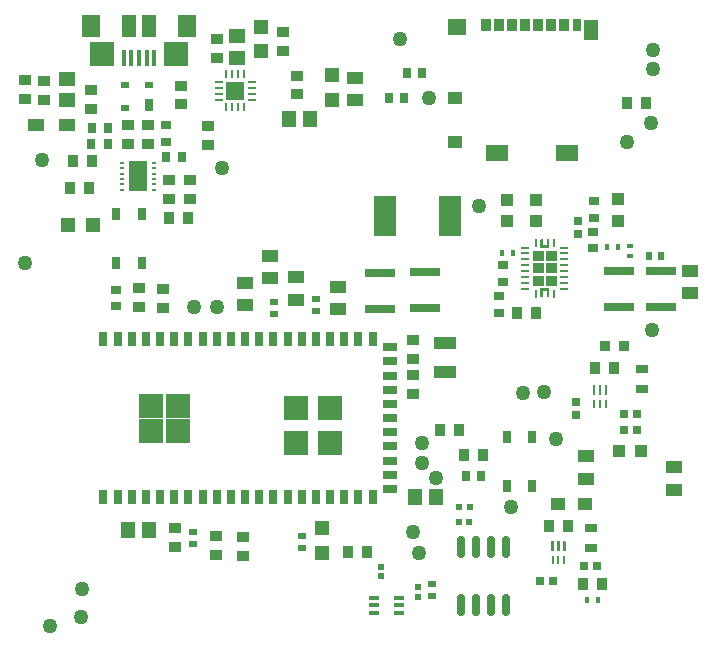
<source format=gtp>
G04*
G04 #@! TF.GenerationSoftware,Altium Limited,Altium Designer,21.1.1 (26)*
G04*
G04 Layer_Color=8421504*
%FSLAX25Y25*%
%MOIN*%
G70*
G04*
G04 #@! TF.SameCoordinates,AD5FC0C8-6BA0-4716-B2C6-8E65356085E1*
G04*
G04*
G04 #@! TF.FilePolarity,Positive*
G04*
G01*
G75*
G04:AMPARAMS|DCode=17|XSize=61.02mil|YSize=61.02mil|CornerRadius=1.83mil|HoleSize=0mil|Usage=FLASHONLY|Rotation=90.000|XOffset=0mil|YOffset=0mil|HoleType=Round|Shape=RoundedRectangle|*
%AMROUNDEDRECTD17*
21,1,0.06102,0.05736,0,0,90.0*
21,1,0.05736,0.06102,0,0,90.0*
1,1,0.00366,0.02868,0.02868*
1,1,0.00366,0.02868,-0.02868*
1,1,0.00366,-0.02868,-0.02868*
1,1,0.00366,-0.02868,0.02868*
%
%ADD17ROUNDEDRECTD17*%
%ADD18R,0.02953X0.03347*%
%ADD19R,0.03347X0.02953*%
%ADD20R,0.01860X0.01843*%
%ADD21R,0.04724X0.04724*%
%ADD22R,0.05512X0.04134*%
%ADD23R,0.03937X0.03543*%
%ADD24R,0.02559X0.04134*%
%ADD25C,0.05000*%
G04:AMPARAMS|DCode=26|XSize=23.62mil|YSize=9.84mil|CornerRadius=1.97mil|HoleSize=0mil|Usage=FLASHONLY|Rotation=90.000|XOffset=0mil|YOffset=0mil|HoleType=Round|Shape=RoundedRectangle|*
%AMROUNDEDRECTD26*
21,1,0.02362,0.00591,0,0,90.0*
21,1,0.01968,0.00984,0,0,90.0*
1,1,0.00394,0.00295,0.00984*
1,1,0.00394,0.00295,-0.00984*
1,1,0.00394,-0.00295,-0.00984*
1,1,0.00394,-0.00295,0.00984*
%
%ADD26ROUNDEDRECTD26*%
%ADD27R,0.03543X0.03937*%
%ADD28R,0.02559X0.02165*%
G04:AMPARAMS|DCode=29|XSize=9.84mil|YSize=23.62mil|CornerRadius=1.97mil|HoleSize=0mil|Usage=FLASHONLY|Rotation=90.000|XOffset=0mil|YOffset=0mil|HoleType=Round|Shape=RoundedRectangle|*
%AMROUNDEDRECTD29*
21,1,0.00984,0.01968,0,0,90.0*
21,1,0.00591,0.02362,0,0,90.0*
1,1,0.00394,0.00984,0.00295*
1,1,0.00394,0.00984,-0.00295*
1,1,0.00394,-0.00984,-0.00295*
1,1,0.00394,-0.00984,0.00295*
%
%ADD29ROUNDEDRECTD29*%
G04:AMPARAMS|DCode=30|XSize=9.84mil|YSize=23.62mil|CornerRadius=1.97mil|HoleSize=0mil|Usage=FLASHONLY|Rotation=180.000|XOffset=0mil|YOffset=0mil|HoleType=Round|Shape=RoundedRectangle|*
%AMROUNDEDRECTD30*
21,1,0.00984,0.01968,0,0,180.0*
21,1,0.00591,0.02362,0,0,180.0*
1,1,0.00394,-0.00295,0.00984*
1,1,0.00394,0.00295,0.00984*
1,1,0.00394,0.00295,-0.00984*
1,1,0.00394,-0.00295,-0.00984*
%
%ADD30ROUNDEDRECTD30*%
%ADD31R,0.03543X0.02756*%
G04:AMPARAMS|DCode=32|XSize=9.45mil|YSize=23.62mil|CornerRadius=1.98mil|HoleSize=0mil|Usage=FLASHONLY|Rotation=0.000|XOffset=0mil|YOffset=0mil|HoleType=Round|Shape=RoundedRectangle|*
%AMROUNDEDRECTD32*
21,1,0.00945,0.01965,0,0,0.0*
21,1,0.00548,0.02362,0,0,0.0*
1,1,0.00397,0.00274,-0.00983*
1,1,0.00397,-0.00274,-0.00983*
1,1,0.00397,-0.00274,0.00983*
1,1,0.00397,0.00274,0.00983*
%
%ADD32ROUNDEDRECTD32*%
G04:AMPARAMS|DCode=33|XSize=23.62mil|YSize=9.45mil|CornerRadius=1.98mil|HoleSize=0mil|Usage=FLASHONLY|Rotation=0.000|XOffset=0mil|YOffset=0mil|HoleType=Round|Shape=RoundedRectangle|*
%AMROUNDEDRECTD33*
21,1,0.02362,0.00548,0,0,0.0*
21,1,0.01965,0.00945,0,0,0.0*
1,1,0.00397,0.00983,-0.00274*
1,1,0.00397,-0.00983,-0.00274*
1,1,0.00397,-0.00983,0.00274*
1,1,0.00397,0.00983,0.00274*
%
%ADD33ROUNDEDRECTD33*%
%ADD34R,0.06299X0.09843*%
%ADD35R,0.01575X0.00984*%
%ADD36R,0.04724X0.07480*%
%ADD37R,0.06299X0.07480*%
%ADD38R,0.08268X0.07874*%
%ADD39R,0.01575X0.05315*%
%ADD40R,0.05709X0.04528*%
%ADD41R,0.05512X0.03937*%
%ADD42R,0.02756X0.03543*%
%ADD43R,0.02756X0.02362*%
%ADD44R,0.02756X0.03937*%
%ADD45R,0.02953X0.02559*%
%ADD46R,0.04331X0.04331*%
%ADD47R,0.02165X0.02559*%
%ADD48R,0.02165X0.01772*%
%ADD49R,0.10236X0.02953*%
%ADD50R,0.01772X0.02165*%
%ADD51R,0.07284X0.13386*%
%ADD52R,0.07480X0.04331*%
%ADD53R,0.04134X0.02559*%
%ADD54R,0.02559X0.02953*%
%ADD55R,0.03504X0.03661*%
%ADD56R,0.04606X0.07087*%
%ADD57R,0.02953X0.04331*%
%ADD58R,0.03347X0.04331*%
%ADD59R,0.06102X0.05315*%
%ADD60R,0.04724X0.03937*%
%ADD61R,0.07480X0.05315*%
%ADD62R,0.04528X0.05709*%
G04:AMPARAMS|DCode=63|XSize=74.8mil|YSize=23.62mil|CornerRadius=5.91mil|HoleSize=0mil|Usage=FLASHONLY|Rotation=270.000|XOffset=0mil|YOffset=0mil|HoleType=Round|Shape=RoundedRectangle|*
%AMROUNDEDRECTD63*
21,1,0.07480,0.01181,0,0,270.0*
21,1,0.06299,0.02362,0,0,270.0*
1,1,0.01181,-0.00591,-0.03150*
1,1,0.01181,-0.00591,0.03150*
1,1,0.01181,0.00591,0.03150*
1,1,0.01181,0.00591,-0.03150*
%
%ADD63ROUNDEDRECTD63*%
%ADD64R,0.03740X0.01575*%
%ADD65R,0.02047X0.02047*%
%ADD66R,0.02047X0.02047*%
%ADD67R,0.02441X0.02441*%
%ADD68R,0.04528X0.03937*%
%ADD69R,0.04331X0.04331*%
%ADD70R,0.02756X0.04724*%
%ADD71R,0.04724X0.02756*%
%ADD72R,0.07874X0.07874*%
%ADD73R,0.04724X0.04724*%
G36*
X182006Y54053D02*
X181613D01*
X181573D01*
X181501Y54084D01*
X181446Y54139D01*
X181416Y54211D01*
Y54250D01*
D01*
Y57203D01*
Y57242D01*
X181446Y57315D01*
X181501Y57370D01*
X181573Y57400D01*
X181613D01*
D01*
X182006D01*
X182045D01*
X182118Y57370D01*
X182173Y57315D01*
X182203Y57242D01*
Y57203D01*
D01*
Y54250D01*
Y54211D01*
X182173Y54139D01*
X182118Y54084D01*
X182045Y54053D01*
X182006D01*
D01*
D02*
G37*
G36*
X183581Y57400D02*
X183975D01*
X184014D01*
X184086Y57370D01*
X184142Y57315D01*
X184172Y57242D01*
Y57203D01*
D01*
Y54250D01*
Y54211D01*
X184142Y54139D01*
X184086Y54084D01*
X184014Y54053D01*
X183975D01*
D01*
X183581D01*
X183542D01*
X183469Y54084D01*
X183414Y54139D01*
X183384Y54211D01*
Y54250D01*
D01*
Y57203D01*
Y57242D01*
X183414Y57315D01*
X183469Y57370D01*
X183542Y57400D01*
X183581D01*
D01*
D02*
G37*
G36*
X185353Y57203D02*
Y57242D01*
X185383Y57315D01*
X185438Y57370D01*
X185510Y57400D01*
X185549D01*
D01*
X185943D01*
X185982D01*
X186055Y57370D01*
X186110Y57315D01*
X186140Y57242D01*
Y57203D01*
D01*
Y54250D01*
Y54211D01*
X186110Y54139D01*
X186055Y54084D01*
X185982Y54053D01*
X185943D01*
D01*
X185549D01*
X185510D01*
X185438Y54084D01*
X185383Y54139D01*
X185353Y54211D01*
Y54250D01*
D01*
Y57203D01*
D02*
G37*
G36*
X180528Y141789D02*
X180567Y141789D01*
X180639Y141759D01*
X180695Y141704D01*
X180725Y141631D01*
Y141592D01*
X180725Y138935D01*
X180725Y138935D01*
X180725Y138895D01*
X180695Y138823D01*
X180639Y138768D01*
X180567Y138738D01*
X180134D01*
Y138738D01*
X180095D01*
X180023Y138768D01*
X179967Y138823D01*
X179937Y138895D01*
Y138935D01*
Y140805D01*
X178559D01*
X178560Y138935D01*
X178559D01*
X178560Y138895D01*
X178530Y138823D01*
X178474Y138768D01*
X178402Y138738D01*
X178363Y138738D01*
X177969Y138738D01*
X177930Y138738D01*
X177857Y138768D01*
X177802Y138823D01*
X177772Y138895D01*
Y138935D01*
X177772Y141592D01*
X177772Y141592D01*
X177772Y141631D01*
X177802Y141704D01*
X177857Y141759D01*
X177930Y141789D01*
X177969D01*
X180528Y141789D01*
Y141789D01*
D02*
G37*
G36*
X199951Y109365D02*
X200006Y109310D01*
X200036Y109237D01*
Y109198D01*
Y106246D01*
Y106206D01*
X200006Y106134D01*
X199951Y106079D01*
X199879Y106049D01*
X199407D01*
X199334Y106079D01*
X199279Y106134D01*
X199249Y106206D01*
Y106246D01*
Y109198D01*
Y109237D01*
X199279Y109310D01*
X199334Y109365D01*
X199407Y109395D01*
X199879D01*
X199951Y109365D01*
D02*
G37*
G36*
X197982D02*
X198038Y109310D01*
X198068Y109237D01*
Y109198D01*
Y106246D01*
Y106206D01*
X198038Y106134D01*
X197982Y106079D01*
X197910Y106049D01*
X197438D01*
X197366Y106079D01*
X197310Y106134D01*
X197280Y106206D01*
Y106246D01*
Y109198D01*
Y109237D01*
X197310Y109310D01*
X197366Y109365D01*
X197438Y109395D01*
X197910D01*
X197982Y109365D01*
D02*
G37*
G36*
X196014D02*
X196069Y109310D01*
X196099Y109237D01*
Y109198D01*
Y106246D01*
Y106206D01*
X196069Y106134D01*
X196014Y106079D01*
X195941Y106049D01*
X195469D01*
X195397Y106079D01*
X195342Y106134D01*
X195312Y106206D01*
Y106246D01*
Y109198D01*
Y109237D01*
X195342Y109310D01*
X195397Y109365D01*
X195469Y109395D01*
X195941D01*
X196014Y109365D01*
D02*
G37*
G36*
X178658Y145923D02*
X178697D01*
X178769Y145893D01*
X178825Y145837D01*
X178855Y145765D01*
Y145726D01*
D01*
Y142773D01*
Y142734D01*
X178825Y142662D01*
X178769Y142606D01*
X178697Y142576D01*
X178658D01*
D01*
X175429D01*
X175390D01*
X175318Y142606D01*
X175263Y142662D01*
X175233Y142734D01*
Y142773D01*
D01*
Y145726D01*
Y145765D01*
X175263Y145837D01*
X175318Y145893D01*
X175390Y145923D01*
X175429D01*
D01*
X178658D01*
D02*
G37*
G36*
Y150057D02*
X178697D01*
X178769Y150027D01*
X178825Y149971D01*
X178855Y149899D01*
Y149860D01*
D01*
Y146907D01*
Y146868D01*
X178825Y146796D01*
X178769Y146740D01*
X178697Y146710D01*
X178658D01*
D01*
X175429D01*
X175390D01*
X175318Y146740D01*
X175263Y146796D01*
X175233Y146868D01*
Y146907D01*
D01*
Y149860D01*
Y149899D01*
X175263Y149971D01*
X175318Y150027D01*
X175390Y150057D01*
X175429D01*
D01*
X178658D01*
D02*
G37*
G36*
X183067Y145923D02*
X183107D01*
X183179Y145893D01*
X183234Y145837D01*
X183264Y145765D01*
Y145726D01*
D01*
Y142773D01*
Y142734D01*
X183234Y142662D01*
X183179Y142606D01*
X183107Y142576D01*
X183067D01*
D01*
X179839D01*
X179800D01*
X179727Y142606D01*
X179672Y142662D01*
X179642Y142734D01*
Y142773D01*
D01*
Y145726D01*
Y145765D01*
X179672Y145837D01*
X179727Y145893D01*
X179800Y145923D01*
X179839D01*
D01*
X183067D01*
D02*
G37*
G36*
X183264Y146907D02*
Y146868D01*
X183234Y146796D01*
X183179Y146740D01*
X183107Y146710D01*
X183067D01*
D01*
X179839D01*
X179800D01*
X179727Y146740D01*
X179672Y146796D01*
X179642Y146868D01*
Y146907D01*
D01*
Y149860D01*
Y149899D01*
X179672Y149971D01*
X179727Y150027D01*
X179800Y150057D01*
X179839D01*
D01*
X183067D01*
X183107D01*
X183179Y150027D01*
X183234Y149971D01*
X183264Y149899D01*
Y149860D01*
D01*
Y146907D01*
D02*
G37*
G36*
X180134Y158029D02*
X180528D01*
X180528Y158029D01*
X180567Y158029D01*
X180639Y157999D01*
X180695Y157944D01*
X180725Y157871D01*
Y157832D01*
Y155175D01*
X180725D01*
X180725Y155136D01*
X180695Y155063D01*
X180639Y155008D01*
X180567Y154978D01*
X180528D01*
X177969Y154978D01*
X177969D01*
X177930Y154978D01*
X177857Y155008D01*
X177802Y155063D01*
X177772Y155136D01*
Y155175D01*
X177772Y157832D01*
X177772Y157871D01*
X177802Y157944D01*
X177857Y157999D01*
X177930Y158029D01*
X177969D01*
X178363Y158029D01*
X178363Y158029D01*
X178402D01*
X178474Y157999D01*
X178530Y157944D01*
X178559Y157871D01*
Y157832D01*
X178559Y155962D01*
X179937D01*
X179937Y157832D01*
Y157832D01*
X179937Y157871D01*
X179967Y157944D01*
X180023Y157999D01*
X180095Y158029D01*
X180134Y158029D01*
D02*
G37*
G36*
X183179Y154161D02*
X183234Y154105D01*
X183264Y154033D01*
Y153994D01*
Y151041D01*
Y151002D01*
X183234Y150929D01*
X183179Y150874D01*
X183107Y150844D01*
X179800D01*
X179727Y150874D01*
X179672Y150929D01*
X179642Y151002D01*
Y151041D01*
Y153994D01*
Y154033D01*
X179672Y154105D01*
X179727Y154161D01*
X179800Y154191D01*
X183107D01*
X183179Y154161D01*
D02*
G37*
G36*
X178769D02*
X178825Y154105D01*
X178855Y154033D01*
Y153994D01*
Y151041D01*
Y151002D01*
X178825Y150929D01*
X178769Y150874D01*
X178697Y150844D01*
X175390D01*
X175318Y150874D01*
X175263Y150929D01*
X175233Y151002D01*
Y151041D01*
Y153994D01*
Y154033D01*
X175263Y154105D01*
X175318Y154161D01*
X175390Y154191D01*
X178697D01*
X178769Y154161D01*
D02*
G37*
D17*
X76013Y207506D02*
D03*
D18*
X132359Y205200D02*
D03*
X127241D02*
D03*
X138259Y213300D02*
D03*
X133141D02*
D03*
X152992Y79106D02*
D03*
X158110D02*
D03*
D19*
X36268Y135939D02*
D03*
Y141057D02*
D03*
D20*
X124531Y48786D02*
D03*
Y45619D02*
D03*
D21*
X108231Y204447D02*
D03*
Y212715D02*
D03*
X84779Y228915D02*
D03*
Y220648D02*
D03*
X104900Y61800D02*
D03*
Y53532D02*
D03*
D22*
X115800Y204436D02*
D03*
Y211916D02*
D03*
X227557Y140017D02*
D03*
Y147498D02*
D03*
X79309Y143511D02*
D03*
Y136031D02*
D03*
X110200Y142202D02*
D03*
Y134722D02*
D03*
X96360Y145380D02*
D03*
Y137899D02*
D03*
X192816Y85657D02*
D03*
Y78177D02*
D03*
X222386Y74609D02*
D03*
Y82089D02*
D03*
X87696Y152580D02*
D03*
Y145100D02*
D03*
D23*
X96633Y206289D02*
D03*
Y212588D02*
D03*
X69860Y218468D02*
D03*
Y224768D02*
D03*
X5900Y211050D02*
D03*
Y204750D02*
D03*
X12400Y210799D02*
D03*
Y204500D02*
D03*
X28100Y207900D02*
D03*
Y201601D02*
D03*
X92061Y227194D02*
D03*
Y220895D02*
D03*
X40400Y189650D02*
D03*
Y195950D02*
D03*
X46900D02*
D03*
Y189650D02*
D03*
X57856Y202950D02*
D03*
Y209250D02*
D03*
X135340Y124545D02*
D03*
Y118246D02*
D03*
X135400Y106327D02*
D03*
Y112626D02*
D03*
X78700Y52561D02*
D03*
Y58860D02*
D03*
X69700Y52710D02*
D03*
Y59009D02*
D03*
X43958Y141647D02*
D03*
Y135348D02*
D03*
X55800Y55501D02*
D03*
Y61800D02*
D03*
X52000Y141550D02*
D03*
Y135250D02*
D03*
X54057Y171392D02*
D03*
Y177691D02*
D03*
X60800Y171392D02*
D03*
Y177691D02*
D03*
X67000Y189450D02*
D03*
Y195750D02*
D03*
D24*
X166463Y75717D02*
D03*
Y92055D02*
D03*
X174928Y75717D02*
D03*
Y92055D02*
D03*
X44844Y166589D02*
D03*
Y150250D02*
D03*
X36380Y166589D02*
D03*
Y150250D02*
D03*
D25*
X143100Y78502D02*
D03*
X138202Y83399D02*
D03*
X157400Y169000D02*
D03*
X171970Y106720D02*
D03*
X214800Y127900D02*
D03*
X140500Y205200D02*
D03*
X130800Y224900D02*
D03*
X214500Y196800D02*
D03*
X206600Y190530D02*
D03*
X215440Y221100D02*
D03*
Y214800D02*
D03*
X137424Y53390D02*
D03*
X135400Y60484D02*
D03*
X138414Y89960D02*
D03*
X167987Y68709D02*
D03*
X178793Y107098D02*
D03*
X182915Y91531D02*
D03*
X14300Y29100D02*
D03*
X24600Y32081D02*
D03*
X24800Y41481D02*
D03*
X5800Y149982D02*
D03*
X69897Y135316D02*
D03*
X62190Y135441D02*
D03*
X11582Y184306D02*
D03*
X71632Y181628D02*
D03*
D26*
X195705Y103096D02*
D03*
X197674D02*
D03*
X199643D02*
D03*
X185746Y51101D02*
D03*
X183778D02*
D03*
X181809D02*
D03*
D27*
X119818Y53621D02*
D03*
X113519D02*
D03*
X169898Y133502D02*
D03*
X176197D02*
D03*
X202275Y115100D02*
D03*
X195976D02*
D03*
X213019Y203300D02*
D03*
X206720D02*
D03*
X192068Y43132D02*
D03*
X198368D02*
D03*
X150554Y94501D02*
D03*
X144255D02*
D03*
X186927Y62378D02*
D03*
X180628D02*
D03*
X152401Y86157D02*
D03*
X158700D02*
D03*
X27328Y175251D02*
D03*
X21029D02*
D03*
X28297Y184270D02*
D03*
X21998D02*
D03*
X60356Y165100D02*
D03*
X54057D02*
D03*
D28*
X98207Y55072D02*
D03*
Y59009D02*
D03*
X102931Y134132D02*
D03*
Y138068D02*
D03*
X141727Y43132D02*
D03*
Y39195D02*
D03*
X62100Y60418D02*
D03*
Y56481D02*
D03*
X88900Y133163D02*
D03*
Y137100D02*
D03*
D29*
X70502Y204554D02*
D03*
Y206522D02*
D03*
Y208490D02*
D03*
Y210459D02*
D03*
X81525D02*
D03*
Y208490D02*
D03*
Y206522D02*
D03*
Y204554D02*
D03*
D30*
X73061Y213018D02*
D03*
X75029D02*
D03*
X76998D02*
D03*
X78966D02*
D03*
Y201994D02*
D03*
X76998D02*
D03*
X75029D02*
D03*
X73061D02*
D03*
D31*
X164100Y139056D02*
D03*
Y133544D02*
D03*
X53100Y190438D02*
D03*
Y195950D02*
D03*
X195745Y165143D02*
D03*
Y170655D02*
D03*
X195400Y154998D02*
D03*
Y160510D02*
D03*
X165345Y143787D02*
D03*
Y149299D02*
D03*
D32*
X176296Y156848D02*
D03*
Y139919D02*
D03*
X182201D02*
D03*
Y156848D02*
D03*
D33*
X172752Y155273D02*
D03*
Y153305D02*
D03*
Y151336D02*
D03*
Y149368D02*
D03*
Y147399D02*
D03*
Y145431D02*
D03*
Y143462D02*
D03*
Y141494D02*
D03*
X185745D02*
D03*
Y143462D02*
D03*
Y145431D02*
D03*
Y147399D02*
D03*
Y149368D02*
D03*
Y151336D02*
D03*
Y153305D02*
D03*
Y155273D02*
D03*
D34*
X43485Y178971D02*
D03*
D35*
X48800Y183400D02*
D03*
Y181628D02*
D03*
Y179857D02*
D03*
Y178085D02*
D03*
Y176313D02*
D03*
Y174542D02*
D03*
X38170D02*
D03*
Y176313D02*
D03*
Y178085D02*
D03*
Y179857D02*
D03*
Y181628D02*
D03*
Y183400D02*
D03*
D36*
X47305Y229000D02*
D03*
X40612D02*
D03*
D37*
X60100D02*
D03*
X27817D02*
D03*
D38*
X56163Y219748D02*
D03*
X31754D02*
D03*
D39*
X49076Y218468D02*
D03*
X46517D02*
D03*
X43958D02*
D03*
X41399D02*
D03*
X38840D02*
D03*
D40*
X76498Y225639D02*
D03*
Y218552D02*
D03*
X20000Y211543D02*
D03*
Y204457D02*
D03*
D41*
X9564Y195950D02*
D03*
X19800D02*
D03*
D42*
X28188Y195000D02*
D03*
X33700D02*
D03*
X52931Y185526D02*
D03*
X58443D02*
D03*
X33612Y189650D02*
D03*
X28100D02*
D03*
D43*
X39451Y209393D02*
D03*
X47325D02*
D03*
X39451Y201913D02*
D03*
D44*
X47325Y202700D02*
D03*
D45*
X190144Y164199D02*
D03*
Y159869D02*
D03*
X189558Y99415D02*
D03*
Y103746D02*
D03*
D46*
X203575Y164199D02*
D03*
Y171286D02*
D03*
X176197Y171079D02*
D03*
Y163993D02*
D03*
X166600Y171079D02*
D03*
Y163993D02*
D03*
D47*
X217945Y152300D02*
D03*
X214007D02*
D03*
D48*
X207600Y155883D02*
D03*
Y152340D02*
D03*
D49*
X204081Y147498D02*
D03*
Y135490D02*
D03*
X217945Y135490D02*
D03*
Y147498D02*
D03*
X139200Y135095D02*
D03*
Y147103D02*
D03*
X124300Y146900D02*
D03*
Y134892D02*
D03*
D50*
X200031Y155356D02*
D03*
X203575D02*
D03*
X164947Y153403D02*
D03*
X168491D02*
D03*
X196987Y37732D02*
D03*
X193444D02*
D03*
D51*
X147700Y165900D02*
D03*
X125850D02*
D03*
D52*
X145830Y113718D02*
D03*
Y123561D02*
D03*
D53*
X211500Y114900D02*
D03*
Y108207D02*
D03*
X194646Y61939D02*
D03*
Y55246D02*
D03*
D54*
X205700Y99766D02*
D03*
X210031D02*
D03*
X182112Y44232D02*
D03*
X177781D02*
D03*
X210031Y94501D02*
D03*
X205700D02*
D03*
X192178Y49143D02*
D03*
X196509D02*
D03*
D55*
X199300Y122400D02*
D03*
X205709D02*
D03*
D56*
X194628Y227931D02*
D03*
D57*
X189864Y229309D02*
D03*
D58*
X185730D02*
D03*
X181400D02*
D03*
X177069D02*
D03*
X172738D02*
D03*
X168407D02*
D03*
X164077D02*
D03*
X159746D02*
D03*
D59*
X150061Y228817D02*
D03*
D60*
X149372Y190530D02*
D03*
Y205097D02*
D03*
D61*
X163152Y186691D02*
D03*
X186655D02*
D03*
D62*
X100900Y198000D02*
D03*
X93813D02*
D03*
X142987Y72047D02*
D03*
X135900D02*
D03*
X40157Y61200D02*
D03*
X47243D02*
D03*
D63*
X166200Y55565D02*
D03*
X161200D02*
D03*
X156200D02*
D03*
X151200D02*
D03*
Y36235D02*
D03*
X156200D02*
D03*
X161200D02*
D03*
X166200D02*
D03*
D64*
X130634Y33388D02*
D03*
Y35947D02*
D03*
Y38506D02*
D03*
X122366Y33388D02*
D03*
Y35947D02*
D03*
Y38506D02*
D03*
D65*
X136834Y42026D02*
D03*
Y38876D02*
D03*
D66*
X150725Y63700D02*
D03*
X153875D02*
D03*
D67*
X150697Y68831D02*
D03*
X154240D02*
D03*
D68*
X192720Y69677D02*
D03*
X183468D02*
D03*
D69*
X204113Y87400D02*
D03*
X211200D02*
D03*
D70*
X32065Y72047D02*
D03*
X36789D02*
D03*
X41514D02*
D03*
X46238D02*
D03*
X50963D02*
D03*
X55687D02*
D03*
X60411D02*
D03*
X65136D02*
D03*
X69860D02*
D03*
X74585D02*
D03*
X79309D02*
D03*
X84034D02*
D03*
X88758D02*
D03*
X93482D02*
D03*
X98207D02*
D03*
X102931D02*
D03*
X107656D02*
D03*
X112380D02*
D03*
X117104D02*
D03*
X121829D02*
D03*
Y124803D02*
D03*
X117104D02*
D03*
X112380D02*
D03*
X107656D02*
D03*
X102931D02*
D03*
X98207D02*
D03*
X93482D02*
D03*
X88758D02*
D03*
X84034D02*
D03*
X79309D02*
D03*
X74585D02*
D03*
X69860D02*
D03*
X65136D02*
D03*
X60411D02*
D03*
X55687D02*
D03*
X50963D02*
D03*
X46238D02*
D03*
X41514D02*
D03*
X36789D02*
D03*
X32065D02*
D03*
D71*
X127502Y74787D02*
D03*
Y84236D02*
D03*
Y88961D02*
D03*
Y93685D02*
D03*
Y98409D02*
D03*
Y103134D02*
D03*
Y107858D02*
D03*
Y112583D02*
D03*
Y117307D02*
D03*
Y122031D02*
D03*
Y79512D02*
D03*
D72*
X107600Y90215D02*
D03*
X96360D02*
D03*
X107600Y101727D02*
D03*
X96360D02*
D03*
X56840Y93947D02*
D03*
X48108D02*
D03*
X56840Y102538D02*
D03*
X48108D02*
D03*
D73*
X20324Y162631D02*
D03*
X28592D02*
D03*
M02*

</source>
